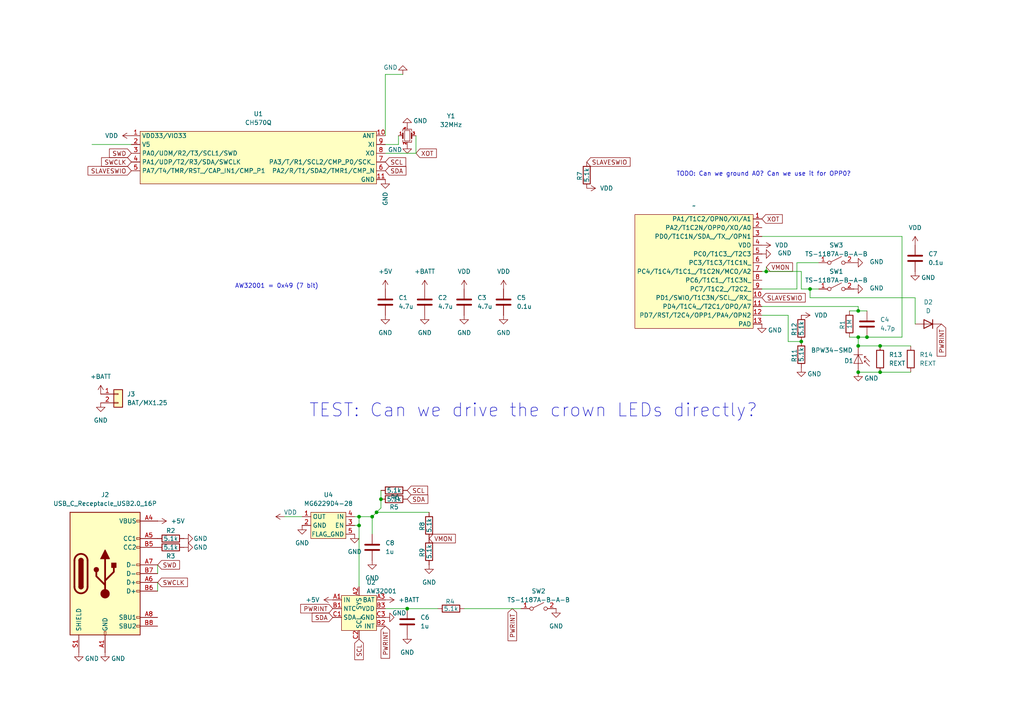
<source format=kicad_sch>
(kicad_sch (version 20250114) (generator "eeschema") (generator_version "9.0")
  (paper "A4")
  (lib_symbols
    (symbol "Connector:USB_C_Receptacle_USB2.0_16P" (pin_names (offset 1.016))
      (property "Reference" "J" (at 0 22.225 0))
      (property "Value" "USB_C_Receptacle_USB2.0_16P" (at 0 19.685 0))
      (symbol "USB_C_Receptacle_USB2.0_16P_0_0"
        (rectangle (start -0.254 -17.78) (end 0.254 -16.764))
        (rectangle (start 10.16 15.494) (end 9.144 14.986))
        (rectangle (start 10.16 10.414) (end 9.144 9.906))
        (rectangle (start 10.16 7.874) (end 9.144 7.366))
        (rectangle (start 10.16 2.794) (end 9.144 2.286))
        (rectangle (start 10.16 0.254) (end 9.144 -0.254))
        (rectangle (start 10.16 -2.286) (end 9.144 -2.794))
        (rectangle (start 10.16 -4.826) (end 9.144 -5.334))
        (rectangle (start 10.16 -12.446) (end 9.144 -12.954))
        (rectangle (start 10.16 -14.986) (end 9.144 -15.494))
      )
      (symbol "USB_C_Receptacle_USB2.0_16P_0_1"
        (rectangle (start -10.16 17.78) (end 10.16 -17.78) (stroke (width 0.254)) (fill (type background)))
        (polyline (pts (xy -8.89 -3.81) (xy -8.89 3.81)) (stroke (width 0.508)))
        (rectangle (start -7.62 -3.81) (end -6.35 3.81) (stroke (width 0.254)) (fill (type outline)))
        (arc (start -7.62 3.81) (mid -6.985 4.4423) (end -6.35 3.81) (stroke (width 0.254)))
        (arc (start -7.62 3.81) (mid -6.985 4.4423) (end -6.35 3.81) (stroke (width 0.254)) (fill (type outline)))
        (arc (start -8.89 3.81) (mid -6.985 5.7067) (end -5.08 3.81) (stroke (width 0.508)))
        (arc (start -5.08 -3.81) (mid -6.985 -5.7067) (end -8.89 -3.81) (stroke (width 0.508)))
        (arc (start -6.35 -3.81) (mid -6.985 -4.4423) (end -7.62 -3.81) (stroke (width 0.254)))
        (arc (start -6.35 -3.81) (mid -6.985 -4.4423) (end -7.62 -3.81) (stroke (width 0.254)) (fill (type outline)))
        (polyline (pts (xy -5.08 3.81) (xy -5.08 -3.81)) (stroke (width 0.508)))
        (circle (center -2.54 1.143) (radius 0.635) (stroke (width 0.254)) (fill (type outline)))
        (polyline (pts (xy -1.27 4.318) (xy 0 6.858) (xy 1.27 4.318) (xy -1.27 4.318)) (stroke (width 0.254)) (fill (type outline)))
        (polyline (pts (xy 0 -2.032) (xy 2.54 0.508) (xy 2.54 1.778)) (stroke (width 0.508)))
        (polyline (pts (xy 0 -3.302) (xy -2.54 -0.762) (xy -2.54 0.508)) (stroke (width 0.508)))
        (polyline (pts (xy 0 -5.842) (xy 0 4.318)) (stroke (width 0.508)))
        (circle (center 0 -5.842) (radius 1.27) (fill (type outline)))
        (rectangle (start 1.905 1.778) (end 3.175 3.048) (stroke (width 0.254)) (fill (type outline)))
      )
      (symbol "USB_C_Receptacle_USB2.0_16P_1_1"
        (pin passive line (at -7.62 -22.86 90) (length 5.08) (name "SHIELD") (number "S1"))
        (pin passive line (at 0 -22.86 90) (length 5.08) (name "GND") (number "A1"))
        (pin passive line (at 0 -22.86 90) (length 5.08) (hide yes) (name "GND") (number "A12"))
        (pin passive line (at 0 -22.86 90) (length 5.08) (hide yes) (name "GND") (number "B1"))
        (pin passive line (at 0 -22.86 90) (length 5.08) (hide yes) (name "GND") (number "B12"))
        (pin passive line (at 15.24 15.24 180) (length 5.08) (name "VBUS") (number "A4"))
        (pin passive line (at 15.24 15.24 180) (length 5.08) (hide yes) (name "VBUS") (number "A9"))
        (pin passive line (at 15.24 15.24 180) (length 5.08) (hide yes) (name "VBUS") (number "B4"))
        (pin passive line (at 15.24 15.24 180) (length 5.08) (hide yes) (name "VBUS") (number "B9"))
        (pin bidirectional line (at 15.24 10.16 180) (length 5.08) (name "CC1") (number "A5"))
        (pin bidirectional line (at 15.24 7.62 180) (length 5.08) (name "CC2") (number "B5"))
        (pin bidirectional line (at 15.24 2.54 180) (length 5.08) (name "D-") (number "A7"))
        (pin bidirectional line (at 15.24 0 180) (length 5.08) (name "D-") (number "B7"))
        (pin bidirectional line (at 15.24 -2.54 180) (length 5.08) (name "D+") (number "A6"))
        (pin bidirectional line (at 15.24 -5.08 180) (length 5.08) (name "D+") (number "B6"))
        (pin bidirectional line (at 15.24 -12.7 180) (length 5.08) (name "SBU1") (number "A8"))
        (pin bidirectional line (at 15.24 -15.24 180) (length 5.08) (name "SBU2") (number "B8"))
      )
    )
    (symbol "Connector_Generic:Conn_01x02" (pin_names (offset 1.016) (hide yes))
      (property "Reference" "J" (at 0 2.54 0))
      (property "Value" "Conn_01x02" (at 0 -5.08 0))
      (symbol "Conn_01x02_1_1"
        (rectangle (start -1.27 1.27) (end 1.27 -3.81) (stroke (width 0.254)) (fill (type background)))
        (rectangle (start -1.27 0.127) (end 0 -0.127) (stroke (width 0.1524)))
        (rectangle (start -1.27 -2.413) (end 0 -2.667) (stroke (width 0.1524)))
        (pin passive line (at -5.08 0 0) (length 3.81) (name "Pin_1") (number "1"))
        (pin passive line (at -5.08 -2.54 0) (length 3.81) (name "Pin_2") (number "2"))
      )
    )
    (symbol "Device:C" (pin_numbers (hide yes)) (pin_names (offset 0.254))
      (property "Reference" "C" (at 0.635 2.54 0))
      (property "Value" "C" (at 0.635 -2.54 0))
      (symbol "C_0_1"
        (polyline (pts (xy -2.032 0.762) (xy 2.032 0.762)) (stroke (width 0.508)))
        (polyline (pts (xy -2.032 -0.762) (xy 2.032 -0.762)) (stroke (width 0.508)))
      )
      (symbol "C_1_1"
        (pin passive line (at 0 3.81 270) (length 2.794) (name "~") (number "1"))
        (pin passive line (at 0 -3.81 90) (length 2.794) (name "~") (number "2"))
      )
    )
    (symbol "Device:Crystal_GND24_Small" (pin_names (offset 1.016) (hide yes))
      (property "Reference" "Y" (at 1.27 4.445 0))
      (property "Value" "Crystal_GND24_Small" (at 1.27 2.54 0))
      (symbol "Crystal_GND24_Small_0_1"
        (polyline (pts (xy -1.27 1.27) (xy -1.27 1.905) (xy 1.27 1.905) (xy 1.27 1.27)))
        (polyline (pts (xy -1.27 -0.762) (xy -1.27 0.762)) (stroke (width 0.381)))
        (polyline (pts (xy -1.27 -1.27) (xy -1.27 -1.905) (xy 1.27 -1.905) (xy 1.27 -1.27)))
        (rectangle (start -0.762 -1.524) (end 0.762 1.524))
        (polyline (pts (xy 1.27 -0.762) (xy 1.27 0.762)) (stroke (width 0.381)))
      )
      (symbol "Crystal_GND24_Small_1_1"
        (pin passive line (at -2.54 0 0) (length 1.27) (name "1") (number "1"))
        (pin passive line (at 0 2.54 270) (length 0.635) (name "4") (number "4"))
        (pin passive line (at 0 -2.54 90) (length 0.635) (name "2") (number "2"))
        (pin passive line (at 2.54 0 180) (length 1.27) (name "3") (number "3"))
      )
    )
    (symbol "Device:D" (pin_numbers (hide yes)) (pin_names (offset 1.016) (hide yes))
      (property "Reference" "D" (at 0 2.54 0))
      (property "Value" "D" (at 0 -2.54 0))
      (symbol "D_0_1"
        (polyline (pts (xy -1.27 1.27) (xy -1.27 -1.27)) (stroke (width 0.254)))
        (polyline (pts (xy 1.27 1.27) (xy 1.27 -1.27) (xy -1.27 0) (xy 1.27 1.27)) (stroke (width 0.254)))
        (polyline (pts (xy 1.27 0) (xy -1.27 0)))
      )
      (symbol "D_1_1"
        (pin passive line (at -3.81 0 0) (length 2.54) (name "K") (number "1"))
        (pin passive line (at 3.81 0 180) (length 2.54) (name "A") (number "2"))
      )
    )
    (symbol "Device:R" (pin_numbers (hide yes)) (pin_names (offset 0))
      (property "Reference" "R" (at 2.032 0 90))
      (property "Value" "R" (at 0 0 90))
      (symbol "R_0_1"
        (rectangle (start -1.016 -2.54) (end 1.016 2.54) (stroke (width 0.254)))
      )
      (symbol "R_1_1"
        (pin passive line (at 0 3.81 270) (length 1.27) (name "~") (number "1"))
        (pin passive line (at 0 -3.81 90) (length 1.27) (name "~") (number "2"))
      )
    )
    (symbol "Sensor_Optical:BPW34-SMD" (pin_numbers (hide yes)) (pin_names (offset 1.016) (hide yes))
      (property "Reference" "D" (at 0.508 1.778 0))
      (property "Value" "BPW34-SMD" (at -1.016 -2.794 0))
      (symbol "BPW34-SMD_0_1"
        (polyline (pts (xy -2.54 1.27) (xy -2.54 -1.27)) (stroke (width 0.1524)))
        (polyline (pts (xy -2.032 1.778) (xy -1.524 1.778)))
        (polyline (pts (xy -0.508 3.302) (xy -2.032 1.778) (xy -2.032 2.286)))
        (polyline (pts (xy 0 1.27) (xy -2.54 0) (xy 0 -1.27)))
        (polyline (pts (xy 0 0) (xy -2.54 0)))
        (polyline (pts (xy 0 -1.27) (xy 0 1.27)))
        (polyline (pts (xy 0.762 3.302) (xy -0.762 1.778) (xy -0.762 2.286) (xy -0.762 1.778) (xy -0.254 1.778)))
      )
      (symbol "BPW34-SMD_1_1"
        (pin passive line (at -5.08 0 0) (length 2.54) (name "K") (number "1"))
        (pin passive line (at 2.54 0 180) (length 2.54) (name "A") (number "2"))
      )
    )
    (symbol "Switch:SW_SPST" (pin_names (offset 0) (hide yes))
      (property "Reference" "SW" (at 0 3.175 0))
      (property "Value" "SW_SPST" (at 0 -2.54 0))
      (symbol "SW_SPST_0_0"
        (circle (center -2.032 0) (radius 0.508))
        (polyline (pts (xy -1.524 0.254) (xy 1.524 1.778)))
        (circle (center 2.032 0) (radius 0.508))
      )
      (symbol "SW_SPST_1_1"
        (pin passive line (at -5.08 0 0) (length 2.54) (name "A") (number "1"))
        (pin passive line (at 5.08 0 180) (length 2.54) (name "B") (number "2"))
      )
    )
    (symbol "cnhardware:AW32001E-BMS"
      (property "Reference" "U" (at -3.302 -5.08 0))
      (symbol "AW32001E-BMS_1_1"
        (rectangle (start -5.08 3.81) (end 5.08 -6.35) (fill (type background)))
        (pin bidirectional line (at -7.62 2.54 0) (length 2.54) (name "IN") (number "A1"))
        (pin bidirectional line (at -7.62 0 0) (length 2.54) (name "NTC") (number "B1"))
        (pin bidirectional line (at -7.62 -2.54 0) (length 2.54) (name "SDA") (number "C1"))
        (pin bidirectional line (at 0 6.35 270) (length 2.54) (name "SYS") (number "A2"))
        (pin bidirectional line (at 0 -8.89 90) (length 2.54) (name "SCL") (number "C2"))
        (pin bidirectional line (at 7.62 2.54 180) (length 2.54) (name "BAT") (number "A3"))
        (pin bidirectional line (at 7.62 0 180) (length 2.54) (name "VDD") (number "B3"))
        (pin bidirectional line (at 7.62 -2.54 180) (length 2.54) (name "GND") (number "C3"))
        (pin bidirectional line (at 7.62 -5.08 180) (length 2.54) (name "INT") (number "B2"))
      )
    )
    (symbol "cnhardware:CH32V005D6U6"
      (property "Reference" "U" (at 0 -17.78 0))
      (symbol "CH32V005D6U6_1_1"
        (rectangle (start 15.24 16.51) (end -19.05 -16.51) (fill (type background)))
        (pin bidirectional line (at 17.78 15.24 180) (length 2.54) (name "PA1/T1C2/OPN0/XI/A1") (number "1"))
        (pin bidirectional line (at 17.78 12.7 180) (length 2.54) (name "PA2/T1C2N/OPP0/XO/A0") (number "2"))
        (pin bidirectional line (at 17.78 10.16 180) (length 2.54) (name "PD0/T1C1N/SDA_/TX_/OPN1") (number "3"))
        (pin bidirectional line (at 17.78 7.62 180) (length 2.54) (name "VDD") (number "4"))
        (pin bidirectional line (at 17.78 5.08 180) (length 2.54) (name "PC0/T1C3_/T2C3") (number "5"))
        (pin bidirectional line (at 17.78 2.54 180) (length 2.54) (name "PC3/T1C3/T1C1N_") (number "6"))
        (pin bidirectional line (at 17.78 0 180) (length 2.54) (name "PC4/T1C4/T1C1_/T1C2N/MCO/A2") (number "7"))
        (pin bidirectional line (at 17.78 -2.54 180) (length 2.54) (name "PC6/T1C1_/T1C3N_") (number "8"))
        (pin bidirectional line (at 17.78 -5.08 180) (length 2.54) (name "PC7/T1C2_/T2C2_") (number "9"))
        (pin bidirectional line (at 17.78 -7.62 180) (length 2.54) (name "PD1/SWIO/T1C3N/SCL_/RX_") (number "10"))
        (pin bidirectional line (at 17.78 -10.16 180) (length 2.54) (name "PD4/T1C4_/T2C1/OPO/A7") (number "11"))
        (pin bidirectional line (at 17.78 -12.7 180) (length 2.54) (name "PD7/RST/T2C4/OPP1/PA4/OPN2") (number "12"))
        (pin bidirectional line (at 17.78 -15.24 180) (length 2.54) (name "PAD") (number "13"))
      )
    )
    (symbol "cnhardware:CH570Q"
      (property "Reference" "U" (at 0 -10.414 0))
      (property "Value" "CH570Q" (at 0 7.62 0))
      (symbol "CH570Q_1_1"
        (rectangle (start -34.29 6.35) (end 34.29 -8.89) (fill (type background)))
        (pin bidirectional line (at -36.83 5.08 0) (length 2.54) (name "VDD33/VIO33") (number "1"))
        (pin bidirectional line (at -36.83 2.54 0) (length 2.54) (name "V5") (number "2"))
        (pin bidirectional line (at -36.83 0 0) (length 2.54) (name "PA0/UDM/R2/T3/SCL1/SWD") (number "3"))
        (pin bidirectional line (at -36.83 -2.54 0) (length 2.54) (name "PA1/UDP/T2/R3/SDA/SWCLK") (number "4"))
        (pin bidirectional line (at -36.83 -5.08 0) (length 2.54) (name "PA7/T4/TMR/RST_/CAP_IN1/CMP_P1") (number "5"))
        (pin bidirectional line (at 36.83 5.08 180) (length 2.54) (name "ANT") (number "10"))
        (pin bidirectional line (at 36.83 2.54 180) (length 2.54) (name "XI") (number "9"))
        (pin bidirectional line (at 36.83 0 180) (length 2.54) (name "XO") (number "8"))
        (pin bidirectional line (at 36.83 -2.54 180) (length 2.54) (name "PA3/T/R1/SCL2/CMP_P0/SCK_") (number "7"))
        (pin bidirectional line (at 36.83 -5.08 180) (length 2.54) (name "PA2/R/T1/SDA2/TMR1/CMP_N") (number "6"))
        (pin bidirectional line (at 36.83 -7.62 180) (length 2.54) (name "GND") (number "11"))
      )
    )
    (symbol "cnhardware:RS3236-DFN-LDO"
      (property "Reference" "U" (at 0 3.81 0))
      (property "Value" "RS3236-3.3YUTDN4" (at -0.254 -6.35 0))
      (symbol "RS3236-DFN-LDO_1_1"
        (rectangle (start -5.08 2.54) (end 5.08 -5.08) (fill (type background)))
        (pin bidirectional line (at -7.62 1.27 0) (length 2.54) (name "OUT") (number "1"))
        (pin bidirectional line (at -7.62 -1.27 0) (length 2.54) (name "GND") (number "2"))
        (pin bidirectional line (at 7.62 1.27 180) (length 2.54) (name "IN") (number "4"))
        (pin bidirectional line (at 7.62 -1.27 180) (length 2.54) (name "EN") (number "3"))
        (pin bidirectional line (at 7.62 -3.81 180) (length 2.54) (name "FLAG_GND") (number "5"))
      )
    )
    (symbol "power:+5V" (power) (pin_numbers (hide yes)) (pin_names (offset 0) (hide yes))
      (property "Value" "+5V" (at 0 3.556 0))
      (symbol "+5V_0_1"
        (polyline (pts (xy -0.762 1.27) (xy 0 2.54)))
        (polyline (pts (xy 0 2.54) (xy 0.762 1.27)))
        (polyline (pts (xy 0 0) (xy 0 2.54)))
      )
      (symbol "+5V_1_1"
        (pin power_in line (at 0 0 90) (length 0) (name "~") (number "1"))
      )
    )
    (symbol "power:+BATT" (power) (pin_numbers (hide yes)) (pin_names (offset 0) (hide yes))
      (property "Value" "+BATT" (at 0 3.556 0))
      (symbol "+BATT_0_1"
        (polyline (pts (xy -0.762 1.27) (xy 0 2.54)))
        (polyline (pts (xy 0 2.54) (xy 0.762 1.27)))
        (polyline (pts (xy 0 0) (xy 0 2.54)))
      )
      (symbol "+BATT_1_1"
        (pin power_in line (at 0 0 90) (length 0) (name "~") (number "1"))
      )
    )
    (symbol "power:GND" (power) (pin_numbers (hide yes)) (pin_names (offset 0) (hide yes))
      (property "Value" "GND" (at 0 -3.81 0))
      (symbol "GND_0_1"
        (polyline (pts (xy 0 0) (xy 0 -1.27) (xy 1.27 -1.27) (xy 0 -2.54) (xy -1.27 -1.27) (xy 0 -1.27)))
      )
      (symbol "GND_1_1"
        (pin power_in line (at 0 0 270) (length 0) (name "~") (number "1"))
      )
    )
    (symbol "power:VDD" (power) (pin_names (offset 0))
      (property "Value" "VDD" (at 0 3.81 0))
      (symbol "VDD_0_1"
        (polyline (pts (xy -0.762 1.27) (xy 0 2.54)))
        (polyline (pts (xy 0 2.54) (xy 0.762 1.27)))
        (polyline (pts (xy 0 0) (xy 0 2.54)))
      )
      (symbol "VDD_1_1"
        (pin power_in line (at 0 0 90) (length 0) (hide yes) (name "VDD") (number "1"))
      )
    )
  )
  (text "TODO: Can we ground A0? Can we use it for OPP0?" (at 221.488 50.546 0) (effects (font (size 1.27 1.27))))
  (text "AW32001 = 0x49 (7 bit)" (at 80.264 83.058 0) (effects (font (size 1.27 1.27))))
  (text "TEST: Can we drive the crown LEDs directly?" (at 154.686 119.126 0) (effects (font (size 3.81 3.81))))
  (junction (at 248.92 90.17))
  (junction (at 110.49 144.78))
  (junction (at 107.95 149.86))
  (junction (at 251.46 97.79))
  (junction (at 248.92 107.95))
  (junction (at 118.11 176.53))
  (junction (at 222.25 78.74))
  (junction (at 234.95 83.82))
  (junction (at 255.27 100.33))
  (junction (at 232.41 99.06))
  (junction (at 104.14 152.4))
  (junction (at 255.27 107.95))
  (junction (at 109.22 148.59))
  (junction (at 104.14 149.86))
  (junction (at 248.92 100.33))
  (junction (at 248.92 97.79))
  (wire (pts (xy 45.72 163.83) (xy 45.72 166.37)))
  (wire (pts (xy 248.92 97.79) (xy 246.38 97.79)))
  (wire (pts (xy 248.92 90.17) (xy 251.46 90.17)))
  (wire (pts (xy 104.14 149.86) (xy 104.14 152.4)))
  (wire (pts (xy 248.92 97.79) (xy 251.46 97.79)))
  (wire (pts (xy 234.95 83.82) (xy 234.95 86.36)))
  (wire (pts (xy 110.49 142.24) (xy 110.49 144.78)))
  (wire (pts (xy 222.25 78.74) (xy 232.41 78.74)))
  (wire (pts (xy 231.14 76.2) (xy 231.14 83.82)))
  (wire (pts (xy 118.11 176.53) (xy 127 176.53)))
  (wire (pts (xy 107.95 149.86) (xy 107.95 154.94)))
  (wire (pts (xy 255.27 100.33) (xy 264.16 100.33)))
  (wire (pts (xy 110.49 147.32) (xy 109.22 148.59)))
  (wire (pts (xy 232.41 83.82) (xy 234.95 83.82)))
  (wire (pts (xy 134.62 176.53) (xy 151.13 176.53)))
  (wire (pts (xy 228.6 91.44) (xy 228.6 99.06)))
  (wire (pts (xy 111.76 21.59) (xy 116.84 21.59)))
  (wire (pts (xy 248.92 107.95) (xy 255.27 107.95)))
  (wire (pts (xy 120.65 44.45) (xy 120.65 39.37)))
  (wire (pts (xy 255.27 107.95) (xy 264.16 107.95)))
  (wire (pts (xy 118.11 176.53) (xy 111.76 176.53)))
  (wire (pts (xy 231.14 76.2) (xy 237.49 76.2)))
  (wire (pts (xy 110.49 144.78) (xy 110.49 147.32)))
  (wire (pts (xy 248.92 90.17) (xy 248.92 88.9)))
  (wire (pts (xy 246.38 90.17) (xy 248.92 90.17)))
  (wire (pts (xy 220.98 91.44) (xy 228.6 91.44)))
  (wire (pts (xy 248.92 97.79) (xy 248.92 100.33)))
  (wire (pts (xy 220.98 88.9) (xy 248.92 88.9)))
  (wire (pts (xy 228.6 99.06) (xy 232.41 99.06)))
  (wire (pts (xy 82.55 149.86) (xy 87.63 149.86)))
  (wire (pts (xy 104.14 149.86) (xy 107.95 149.86)))
  (wire (pts (xy 265.43 86.36) (xy 265.43 93.98)))
  (wire (pts (xy 220.98 78.74) (xy 222.25 78.74)))
  (wire (pts (xy 222.25 77.47) (xy 222.25 78.74)))
  (wire (pts (xy 102.87 152.4) (xy 104.14 152.4)))
  (wire (pts (xy 234.95 86.36) (xy 265.43 86.36)))
  (wire (pts (xy 109.22 148.59) (xy 124.46 148.59)))
  (wire (pts (xy 261.62 68.58) (xy 261.62 97.79)))
  (wire (pts (xy 115.57 41.91) (xy 111.76 41.91)))
  (wire (pts (xy 234.95 83.82) (xy 237.49 83.82)))
  (wire (pts (xy 111.76 21.59) (xy 111.76 39.37)))
  (wire (pts (xy 220.98 68.58) (xy 261.62 68.58)))
  (wire (pts (xy 111.76 44.45) (xy 120.65 44.45)))
  (wire (pts (xy 232.41 78.74) (xy 232.41 83.82)))
  (wire (pts (xy 102.87 149.86) (xy 104.14 149.86)))
  (wire (pts (xy 104.14 152.4) (xy 104.14 170.18)))
  (wire (pts (xy 45.72 168.91) (xy 45.72 171.45)))
  (wire (pts (xy 248.92 100.33) (xy 255.27 100.33)))
  (wire (pts (xy 109.22 148.59) (xy 107.95 149.86)))
  (wire (pts (xy 26.67 41.91) (xy 38.1 41.91)))
  (wire (pts (xy 220.98 83.82) (xy 231.14 83.82)))
  (wire (pts (xy 115.57 39.37) (xy 115.57 41.91)))
  (wire (pts (xy 261.62 97.79) (xy 251.46 97.79)))
  (global_label "SLAVESWIO" (shape input) (at 38.1 49.53 180) (property "Intersheetrefs" "${INTERSHEET_REFS}" (effects (hide yes))))
  (global_label "VMON" (shape input) (at 124.46 156.21 0) (property "Intersheetrefs" "${INTERSHEET_REFS}" (effects (hide yes))))
  (global_label "SWCLK" (shape input) (at 38.1 46.99 180) (property "Intersheetrefs" "${INTERSHEET_REFS}" (effects (hide yes))))
  (global_label "SWCLK" (shape input) (at 45.72 168.91 0) (property "Intersheetrefs" "${INTERSHEET_REFS}" (effects (hide yes))))
  (global_label "XOT" (shape input) (at 220.98 63.5 0) (property "Intersheetrefs" "${INTERSHEET_REFS}" (effects (hide yes))))
  (global_label "PWRINT" (shape input) (at 273.05 93.98 270) (property "Intersheetrefs" "${INTERSHEET_REFS}" (effects (hide yes))))
  (global_label "SDA" (shape input) (at 111.76 49.53 0) (property "Intersheetrefs" "${INTERSHEET_REFS}" (effects (hide yes))))
  (global_label "SCL" (shape input) (at 118.11 142.24 0) (property "Intersheetrefs" "${INTERSHEET_REFS}" (effects (hide yes))))
  (global_label "SCL" (shape input) (at 111.76 46.99 0) (property "Intersheetrefs" "${INTERSHEET_REFS}" (effects (hide yes))))
  (global_label "VMON" (shape input) (at 222.25 77.47 0) (property "Intersheetrefs" "${INTERSHEET_REFS}" (effects (hide yes))))
  (global_label "XOT" (shape input) (at 120.65 44.45 0) (property "Intersheetrefs" "${INTERSHEET_REFS}" (effects (hide yes))))
  (global_label "PWRINT" (shape input) (at 111.76 181.61 270) (property "Intersheetrefs" "${INTERSHEET_REFS}" (effects (hide yes))))
  (global_label "SWD" (shape input) (at 45.72 163.83 0) (property "Intersheetrefs" "${INTERSHEET_REFS}" (effects (hide yes))))
  (global_label "PWRINT" (shape input) (at 96.52 176.53 180) (property "Intersheetrefs" "${INTERSHEET_REFS}" (effects (hide yes))))
  (global_label "PWRINT" (shape input) (at 148.59 176.53 270) (property "Intersheetrefs" "${INTERSHEET_REFS}" (effects (hide yes))))
  (global_label "SLAVESWIO" (shape input) (at 220.98 86.36 0) (property "Intersheetrefs" "${INTERSHEET_REFS}" (effects (hide yes))))
  (global_label "SWD" (shape input) (at 38.1 44.45 180) (property "Intersheetrefs" "${INTERSHEET_REFS}" (effects (hide yes))))
  (global_label "SLAVESWIO" (shape input) (at 170.18 46.99 0) (property "Intersheetrefs" "${INTERSHEET_REFS}" (effects (hide yes))))
  (global_label "SDA" (shape input) (at 96.52 179.07 180) (property "Intersheetrefs" "${INTERSHEET_REFS}" (effects (hide yes))))
  (global_label "SCL" (shape input) (at 104.14 185.42 270) (property "Intersheetrefs" "${INTERSHEET_REFS}" (effects (hide yes))))
  (global_label "SDA" (shape input) (at 118.11 144.78 0) (property "Intersheetrefs" "${INTERSHEET_REFS}" (effects (hide yes))))
  (symbol (lib_id "cnhardware:AW32001E-BMS") (at 104.14 176.53 0) (unit 1)
    (property "Reference" "U2" (at 106.2833 168.91 0) (effects (justify left)))
    (property "Value" "AW32001" (at 106.2833 171.45 0) (effects (justify left)))
    (property "Footprint" "cnhardware:WLCSP-9-P0.5mm" (effects (hide yes)))
    (property "LCSC" "C5125890" (effects (hide yes)))
  )
  (symbol (lib_id "power:GND") (at 118.11 184.15 0) (unit 1)
    (property "Reference" "#PWR025" (effects (hide yes)))
    (property "Value" "GND" (at 118.11 189.23 0))
    (property "Description" "Power symbol creates a global label with name \"GND\" , ground" (effects (hide yes)))
  )
  (symbol (lib_id "power:GND") (at 29.21 116.84 0) (unit 1)
    (property "Reference" "#PWR02" (effects (hide yes)))
    (property "Value" "GND" (at 29.21 121.92 0))
    (property "Description" "Power symbol creates a global label with name \"GND\" , ground" (effects (hide yes)))
  )
  (symbol (lib_id "Device:R") (at 232.41 95.25 0) (unit 1)
    (property "Reference" "R12" (at 230.378 95.504 90))
    (property "Value" "5.1k" (at 232.41 95.25 90))
    (property "Footprint" "Resistor_SMD:R_0402_1005Metric" (effects (hide yes)))
    (property "Description" "Resistor" (effects (hide yes)))
    (property "LCSC" "C25905" (effects (hide yes)))
  )
  (symbol (lib_id "power:GND") (at 22.86 189.23 0) (mirror y) (unit 1)
    (property "Reference" "#PWR012" (effects (hide yes)))
    (property "Value" "GND" (at 28.702 191.008 0) (effects (justify left)))
  )
  (symbol (lib_id "Device:C") (at 265.43 74.93 0) (unit 1)
    (property "Reference" "C7" (at 269.24 73.6599 0) (effects (justify left)))
    (property "Value" "0.1u" (at 269.24 76.1999 0) (effects (justify left)))
    (property "Footprint" "Capacitor_SMD:C_0402_1005Metric" (effects (hide yes)))
    (property "Description" "Unpolarized capacitor" (effects (hide yes)))
    (property "LCSC" "C307331" (effects (hide yes)))
  )
  (symbol (lib_id "Device:R") (at 170.18 50.8 0) (unit 1)
    (property "Reference" "R7" (at 168.148 51.054 90))
    (property "Value" "5.1k" (at 170.18 50.8 90))
    (property "Footprint" "Resistor_SMD:R_0402_1005Metric" (effects (hide yes)))
    (property "Description" "Resistor" (effects (hide yes)))
    (property "LCSC" "C25905" (effects (hide yes)))
  )
  (symbol (lib_id "power:+BATT") (at 111.76 173.99 270) (unit 1)
    (property "Reference" "#PWR037" (effects (hide yes)))
    (property "Value" "+BATT" (at 115.57 173.9899 90) (effects (justify left)))
    (property "Description" "Power symbol creates a global label with name \"+BATT\"" (effects (hide yes)))
  )
  (symbol (lib_id "power:GND") (at 247.65 83.82 90) (mirror x) (unit 1)
    (property "Reference" "#PWR09" (effects (hide yes)))
    (property "Value" "GND" (at 256.286 83.566 90) (effects (justify left)))
  )
  (symbol (lib_id "power:GND") (at 87.63 152.4 0) (unit 1)
    (property "Reference" "#PWR028" (effects (hide yes)))
    (property "Value" "GND" (at 87.63 157.48 0))
    (property "Description" "Power symbol creates a global label with name \"GND\" , ground" (effects (hide yes)))
  )
  (symbol (lib_id "Device:C") (at 118.11 180.34 0) (unit 1)
    (property "Reference" "C6" (at 121.92 179.0699 0) (effects (justify left)))
    (property "Value" "1u" (at 121.92 181.6099 0) (effects (justify left)))
    (property "Footprint" "Capacitor_SMD:C_0402_1005Metric" (effects (hide yes)))
    (property "Description" "Unpolarized capacitor" (effects (hide yes)))
    (property "LCSC" "C52923" (effects (hide yes)))
  )
  (symbol (lib_id "power:VDD") (at 232.41 91.44 270) (unit 1)
    (property "Reference" "#PWR033" (effects (hide yes)))
    (property "Value" "VDD" (at 236.22 91.4399 90) (effects (justify left)))
  )
  (symbol (lib_id "power:GND") (at 116.84 21.59 180) (unit 1)
    (property "Reference" "#PWR0101" (effects (hide yes)))
    (property "Value" "GND" (at 115.316 19.558 0) (effects (justify left)))
  )
  (symbol (lib_id "Device:Crystal_GND24_Small") (at 118.11 39.37 0) (unit 1)
    (property "Reference" "Y1" (at 130.81 33.6482 0))
    (property "Value" "32MHz" (at 130.81 36.1882 0))
    (property "Footprint" "Crystal:Crystal_SMD_2016-4Pin_2.0x1.6mm" (effects (hide yes)))
    (property "Description" "Four pin crystal, GND on pins 2 and 4, small symbol" (effects (hide yes)))
    (property "LCSC" "C7294697" (effects (hide yes)))
  )
  (symbol (lib_id "power:+BATT") (at 29.21 114.3 0) (unit 1)
    (property "Reference" "#PWR035" (effects (hide yes)))
    (property "Value" "+BATT" (at 29.21 109.22 0))
    (property "Description" "Power symbol creates a global label with name \"+BATT\"" (effects (hide yes)))
  )
  (symbol (lib_id "power:GND") (at 111.76 91.44 0) (unit 1)
    (property "Reference" "#PWR024" (effects (hide yes)))
    (property "Value" "GND" (at 111.76 96.52 0))
    (property "Description" "Power symbol creates a global label with name \"GND\" , ground" (effects (hide yes)))
  )
  (symbol (lib_id "power:GND") (at 124.46 163.83 0) (unit 1)
    (property "Reference" "#PWR040" (effects (hide yes)))
    (property "Value" "GND" (at 124.46 168.91 0))
    (property "Description" "Power symbol creates a global label with name \"GND\" , ground" (effects (hide yes)))
  )
  (symbol (lib_id "power:+5V") (at 111.76 83.82 0) (unit 1)
    (property "Reference" "#PWR030" (effects (hide yes)))
    (property "Value" "+5V" (at 111.76 78.74 0))
    (property "Description" "Power symbol creates a global label with name \"+5V\"" (effects (hide yes)))
  )
  (symbol (lib_id "Device:R") (at 49.53 158.75 90) (unit 1)
    (property "Reference" "R3" (at 49.53 161.29 90))
    (property "Value" "5.1k" (at 49.53 158.75 90))
    (property "Footprint" "Resistor_SMD:R_0402_1005Metric" (effects (hide yes)))
    (property "Description" "Resistor" (effects (hide yes)))
    (property "LCSC" "C25905" (effects (hide yes)))
  )
  (symbol (lib_id "power:GND") (at 111.76 179.07 90) (mirror x) (unit 1)
    (property "Reference" "#PWR016" (effects (hide yes)))
    (property "Value" "GND" (at 117.856 177.8 90) (effects (justify left)))
  )
  (symbol (lib_id "Device:C") (at 146.05 87.63 0) (unit 1)
    (property "Reference" "C5" (at 149.86 86.3599 0) (effects (justify left)))
    (property "Value" "0.1u" (at 149.86 88.8999 0) (effects (justify left)))
    (property "Footprint" "Capacitor_SMD:C_0402_1005Metric" (effects (hide yes)))
    (property "Description" "Unpolarized capacitor" (effects (hide yes)))
    (property "LCSC" "C307331" (effects (hide yes)))
  )
  (symbol (lib_id "power:GND") (at 53.34 156.21 90) (mirror x) (unit 1)
    (property "Reference" "#PWR015" (effects (hide yes)))
    (property "Value" "GND" (at 60.198 156.21 90) (effects (justify left)))
  )
  (symbol (lib_id "power:+5V") (at 96.52 173.99 90) (unit 1)
    (property "Reference" "#PWR031" (effects (hide yes)))
    (property "Value" "+5V" (at 92.71 173.9899 90) (effects (justify left)))
    (property "Description" "Power symbol creates a global label with name \"+5V\"" (effects (hide yes)))
  )
  (symbol (lib_id "power:GND") (at 247.65 76.2 90) (mirror x) (unit 1)
    (property "Reference" "#PWR010" (effects (hide yes)))
    (property "Value" "GND" (at 256.286 75.946 90) (effects (justify left)))
  )
  (symbol (lib_id "Device:R") (at 49.53 156.21 90) (unit 1)
    (property "Reference" "R2" (at 49.53 153.924 90))
    (property "Value" "5.1k" (at 49.53 156.21 90))
    (property "Footprint" "Resistor_SMD:R_0402_1005Metric" (effects (hide yes)))
    (property "Description" "Resistor" (effects (hide yes)))
    (property "LCSC" "C25905" (effects (hide yes)))
  )
  (symbol (lib_id "power:GND") (at 248.92 107.95 0) (mirror y) (unit 1)
    (property "Reference" "#PWR032" (effects (hide yes)))
    (property "Value" "GND" (at 254.762 109.728 0) (effects (justify left)))
  )
  (symbol (lib_id "Device:D") (at 269.24 93.98 180) (unit 1)
    (property "Reference" "D2" (at 269.24 87.63 0))
    (property "Value" "D" (at 269.24 90.17 0))
    (property "Footprint" "Diode_SMD:D_SOD-323" (effects (hide yes)))
    (property "Description" "Diode" (effects (hide yes)))
    (property "Sim.Device" "D" (effects (hide yes)))
    (property "Sim.Pins" "1=K 2=A" (effects (hide yes)))
    (property "LCSC" "C2128" (effects (hide yes)))
  )
  (symbol (lib_id "power:GND") (at 111.76 52.07 0) (unit 1)
    (property "Reference" "#PWR04" (effects (hide yes)))
    (property "Value" "GND" (at 111.76 59.69 90) (effects (justify left)))
  )
  (symbol (lib_id "Connector:USB_C_Receptacle_USB2.0_16P") (at 30.48 166.37 0) (unit 1)
    (property "Reference" "J2" (at 30.48 143.51 0))
    (property "Value" "USB_C_Receptacle_USB2.0_16P" (at 30.48 146.05 0))
    (property "Footprint" "cnhardware:USB_C_PADDLE" (effects (hide yes)))
    (property "Datasheet" "https://www.usb.org/sites/default/files/documents/usb_type-c.zip" (effects (hide yes)))
    (property "Description" "USB 2.0-only 16P Type-C Receptacle connector" (effects (hide yes)))
    (property "LCSC" "C2765186" (effects (hide yes)))
  )
  (symbol (lib_id "power:VDD") (at 265.43 71.12 0) (unit 1)
    (property "Reference" "#PWR01" (effects (hide yes)))
    (property "Value" "VDD" (at 265.43 66.04 0))
  )
  (symbol (lib_id "Device:C") (at 251.46 93.98 180) (unit 1)
    (property "Reference" "C4" (at 255.27 92.7099 0) (effects (justify right)))
    (property "Value" "4.7p" (at 255.27 95.2499 0) (effects (justify right)))
    (property "Footprint" "Capacitor_SMD:C_0603_1608Metric" (effects (hide yes)))
    (property "Description" "Unpolarized capacitor" (effects (hide yes)))
    (property "LCSC" "C1634" (effects (hide yes)))
  )
  (symbol (lib_id "power:GND") (at 30.48 189.23 0) (mirror y) (unit 1)
    (property "Reference" "#PWR013" (effects (hide yes)))
    (property "Value" "GND" (at 36.322 191.008 0) (effects (justify left)))
  )
  (symbol (lib_id "power:GND") (at 146.05 91.44 0) (unit 1)
    (property "Reference" "#PWR022" (effects (hide yes)))
    (property "Value" "GND" (at 146.05 96.52 0))
    (property "Description" "Power symbol creates a global label with name \"GND\" , ground" (effects (hide yes)))
  )
  (symbol (lib_id "power:VDD") (at 170.18 54.61 270) (unit 1)
    (property "Reference" "#PWR039" (effects (hide yes)))
    (property "Value" "VDD" (at 173.99 54.6099 90) (effects (justify left)))
  )
  (symbol (lib_id "power:GND") (at 161.29 176.53 0) (unit 1)
    (property "Reference" "#PWR038" (effects (hide yes)))
    (property "Value" "GND" (at 161.29 181.61 0))
    (property "Description" "Power symbol creates a global label with name \"GND\" , ground" (effects (hide yes)))
  )
  (symbol (lib_id "Device:C") (at 123.19 87.63 0) (unit 1)
    (property "Reference" "C2" (at 127 86.3599 0) (effects (justify left)))
    (property "Value" "4.7u" (at 127 88.8999 0) (effects (justify left)))
    (property "Footprint" "Capacitor_SMD:C_0402_1005Metric" (effects (hide yes)))
    (property "Description" "Unpolarized capacitor" (effects (hide yes)))
    (property "LCSC" "C368809" (effects (hide yes)))
  )
  (symbol (lib_id "power:GND") (at 118.11 41.91 0) (unit 1)
    (property "Reference" "#PWR08" (effects (hide yes)))
    (property "Value" "GND" (at 112.522 43.434 0) (effects (justify left)))
  )
  (symbol (lib_id "power:GND") (at 123.19 91.44 0) (unit 1)
    (property "Reference" "#PWR023" (effects (hide yes)))
    (property "Value" "GND" (at 123.19 96.52 0))
    (property "Description" "Power symbol creates a global label with name \"GND\" , ground" (effects (hide yes)))
  )
  (symbol (lib_id "power:GND") (at 220.98 93.98 0) (mirror y) (unit 1)
    (property "Reference" "#PWR026" (effects (hide yes)))
    (property "Value" "GND" (at 226.822 95.758 0) (effects (justify left)))
  )
  (symbol (lib_id "power:GND") (at 53.34 158.75 90) (mirror x) (unit 1)
    (property "Reference" "#PWR014" (effects (hide yes)))
    (property "Value" "GND" (at 60.198 158.75 90) (effects (justify left)))
  )
  (symbol (lib_id "Switch:SW_SPST") (at 242.57 83.82 0) (unit 1)
    (property "Reference" "SW1" (at 242.57 78.74 0))
    (property "Value" "TS-1187A-B-A-B" (at 242.57 81.28 0))
    (property "Footprint" "Button_Switch_SMD:SW_SPST_TL3342" (effects (hide yes)))
    (property "LCSC" "C318884" (effects (hide yes)))
  )
  (symbol (lib_id "power:VDD") (at 82.55 149.86 90) (unit 1)
    (property "Reference" "#PWR07" (effects (hide yes)))
    (property "Value" "VDD" (at 82.296 148.59 90) (effects (justify right)))
  )
  (symbol (lib_id "Device:R") (at 114.3 142.24 90) (unit 1)
    (property "Reference" "R6" (at 114.554 144.272 90))
    (property "Value" "5.1k" (at 114.3 142.24 90))
    (property "Footprint" "Resistor_SMD:R_0402_1005Metric" (effects (hide yes)))
    (property "Description" "Resistor" (effects (hide yes)))
    (property "LCSC" "C25905" (effects (hide yes)))
  )
  (symbol (lib_id "power:+BATT") (at 123.19 83.82 0) (unit 1)
    (property "Reference" "#PWR036" (effects (hide yes)))
    (property "Value" "+BATT" (at 123.19 78.74 0))
    (property "Description" "Power symbol creates a global label with name \"+BATT\"" (effects (hide yes)))
  )
  (symbol (lib_id "power:GND") (at 102.87 154.94 0) (unit 1)
    (property "Reference" "#PWR029" (effects (hide yes)))
    (property "Value" "GND" (at 102.87 160.02 0))
    (property "Description" "Power symbol creates a global label with name \"GND\" , ground" (effects (hide yes)))
  )
  (symbol (lib_id "power:GND") (at 265.43 78.74 0) (mirror y) (unit 1)
    (property "Reference" "#PWR06" (effects (hide yes)))
    (property "Value" "GND" (at 271.272 80.518 0) (effects (justify left)))
  )
  (symbol (lib_id "power:GND") (at 134.62 91.44 0) (unit 1)
    (property "Reference" "#PWR018" (effects (hide yes)))
    (property "Value" "GND" (at 134.62 96.52 0))
    (property "Description" "Power symbol creates a global label with name \"GND\" , ground" (effects (hide yes)))
  )
  (symbol (lib_id "cnhardware:CH32V005D6U6") (at 203.2 78.74 0) (unit 1)
    (property "Reference" "U3" (effects (hide yes)))
    (property "Value" "~" (at 201.295 59.69 0))
    (property "Footprint" "cnhardware:QFN-12-P0.4-WCH" (effects (hide yes)))
    (property "LCSC" "C49006243" (effects (hide yes)))
  )
  (symbol (lib_id "power:GND") (at 107.95 162.56 0) (unit 1)
    (property "Reference" "#PWR020" (effects (hide yes)))
    (property "Value" "GND" (at 107.95 167.64 0))
    (property "Description" "Power symbol creates a global label with name \"GND\" , ground" (effects (hide yes)))
  )
  (symbol (lib_id "Sensor_Optical:BPW34-SMD") (at 248.92 105.41 270) (unit 1)
    (property "Reference" "D1" (at 244.856 104.648 90) (effects (justify left)))
    (property "Value" "BPW34-SMD" (at 235.204 101.6 90) (effects (justify left)))
    (property "Footprint" "OptoDevice:Osram_BPW34S-SMD" (effects (hide yes)))
    (property "Datasheet" "https://dammedia.osram.info/media/resource/hires/osram-dam-5488319/BPW%2034%20S_EN.pdf" (effects (hide yes)))
    (property "Description" "Silicon PIN Photodiode, Area 2.65x2.65mm" (effects (hide yes)))
    (property "LCSC" "C145262" (effects (hide yes)))
  )
  (symbol (lib_id "Device:R") (at 130.81 176.53 270) (unit 1)
    (property "Reference" "R4" (at 130.556 174.498 90))
    (property "Value" "5.1k" (at 130.81 176.53 90))
    (property "Footprint" "Resistor_SMD:R_0402_1005Metric" (effects (hide yes)))
    (property "Description" "Resistor" (effects (hide yes)))
    (property "LCSC" "C25905" (effects (hide yes)))
  )
  (symbol (lib_id "power:VDD") (at 146.05 83.82 0) (unit 1)
    (property "Reference" "#PWR021" (effects (hide yes)))
    (property "Value" "VDD" (at 146.05 78.74 0))
  )
  (symbol (lib_id "cnhardware:RS3236-DFN-LDO") (at 95.25 151.13 0) (unit 1)
    (property "Reference" "U4" (at 95.25 143.51 0))
    (property "Value" "MG6229D4-28" (at 95.25 146.05 0))
    (property "Footprint" "cnhardware:xdfn-reg" (effects (hide yes)))
    (property "LCSC" "C48678131" (effects (hide yes)))
  )
  (symbol (lib_id "power:GND") (at 232.41 106.68 0) (mirror y) (unit 1)
    (property "Reference" "#PWR034" (effects (hide yes)))
    (property "Value" "GND" (at 238.252 108.458 0) (effects (justify left)))
  )
  (symbol (lib_id "Device:R") (at 246.38 93.98 0) (unit 1)
    (property "Reference" "R1" (at 244.348 94.234 90))
    (property "Value" "1M" (at 246.38 93.98 90))
    (property "Footprint" "Resistor_SMD:R_0603_1608Metric" (effects (hide yes)))
    (property "Description" "Resistor" (effects (hide yes)))
    (property "LCSC" "C22935" (effects (hide yes)))
  )
  (symbol (lib_id "Connector_Generic:Conn_01x02") (at 34.29 114.3 0) (unit 1)
    (property "Reference" "J3" (at 36.83 114.2999 0) (effects (justify left)))
    (property "Value" "BAT/MX1.25" (at 36.83 116.8399 0) (effects (justify left)))
    (property "Footprint" "Connector_Hirose:Hirose_DF13C_CL535-0402-2-51_1x02-1MP_P1.25mm_Vertical" (effects (hide yes)))
    (property "Description" "Generic connector, single row, 01x02, script generated (kicad-library-utils/schlib/autogen/connector/)" (effects (hide yes)))
    (property "LCSC" "C3029359" (effects (hide yes)))
  )
  (symbol (lib_id "Device:R") (at 114.3 144.78 270) (unit 1)
    (property "Reference" "R5" (at 114.3 147.066 90))
    (property "Value" "5.1k" (at 114.3 144.78 90))
    (property "Footprint" "Resistor_SMD:R_0402_1005Metric" (effects (hide yes)))
    (property "Description" "Resistor" (effects (hide yes)))
    (property "LCSC" "C25905" (effects (hide yes)))
  )
  (symbol (lib_id "power:GND") (at 220.98 73.66 90) (mirror x) (unit 1)
    (property "Reference" "#PWR019" (effects (hide yes)))
    (property "Value" "GND" (at 229.616 73.406 90) (effects (justify left)))
  )
  (symbol (lib_id "power:+5V") (at 45.72 151.13 270) (unit 1)
    (property "Reference" "#PWR05" (effects (hide yes)))
    (property "Value" "+5V" (at 49.53 151.1299 90) (effects (justify left)))
    (property "Description" "Power symbol creates a global label with name \"+5V\"" (effects (hide yes)))
  )
  (symbol (lib_id "power:VDD") (at 134.62 83.82 0) (unit 1)
    (property "Reference" "#PWR017" (effects (hide yes)))
    (property "Value" "VDD" (at 134.62 78.74 0))
  )
  (symbol (lib_id "Device:R") (at 124.46 152.4 0) (unit 1)
    (property "Reference" "R8" (at 122.428 152.654 90))
    (property "Value" "5.1k" (at 124.46 152.4 90))
    (property "Footprint" "Resistor_SMD:R_0402_1005Metric" (effects (hide yes)))
    (property "Description" "Resistor" (effects (hide yes)))
    (property "LCSC" "C25905" (effects (hide yes)))
  )
  (symbol (lib_id "Device:R") (at 124.46 160.02 0) (unit 1)
    (property "Reference" "R9" (at 122.428 160.274 90))
    (property "Value" "5.1k" (at 124.46 160.02 90))
    (property "Footprint" "Resistor_SMD:R_0402_1005Metric" (effects (hide yes)))
    (property "Description" "Resistor" (effects (hide yes)))
    (property "LCSC" "C25905" (effects (hide yes)))
  )
  (symbol (lib_id "Device:R") (at 264.16 104.14 0) (unit 1) (in_bom no)
    (property "Reference" "R14" (at 266.7 102.8699 0) (effects (justify left)))
    (property "Value" "REXT" (at 266.7 105.4099 0) (effects (justify left)))
    (property "Footprint" "Resistor_SMD:R_1206_3216Metric" (effects (hide yes)))
    (property "Description" "Resistor" (effects (hide yes)))
  )
  (symbol (lib_id "power:GND") (at 118.11 36.83 180) (unit 1)
    (property "Reference" "#PWR011" (effects (hide yes)))
    (property "Value" "GND" (at 123.952 35.052 0) (effects (justify left)))
  )
  (symbol (lib_id "Switch:SW_SPST") (at 156.21 176.53 0) (unit 1)
    (property "Reference" "SW2" (at 156.21 171.45 0))
    (property "Value" "TS-1187A-B-A-B" (at 156.21 173.99 0))
    (property "Footprint" "Button_Switch_SMD:SW_SPST_TL3342" (effects (hide yes)))
    (property "LCSC" "C318884" (effects (hide yes)))
  )
  (symbol (lib_id "Device:R") (at 232.41 102.87 0) (unit 1)
    (property "Reference" "R11" (at 230.378 103.124 90))
    (property "Value" "5.1k" (at 232.41 102.87 90))
    (property "Footprint" "Resistor_SMD:R_0402_1005Metric" (effects (hide yes)))
    (property "Description" "Resistor" (effects (hide yes)))
    (property "LCSC" "C25905" (effects (hide yes)))
  )
  (symbol (lib_id "power:VDD") (at 220.98 71.12 270) (unit 1)
    (property "Reference" "#PWR027" (effects (hide yes)))
    (property "Value" "VDD" (at 224.79 71.1199 90) (effects (justify left)))
  )
  (symbol (lib_id "Device:C") (at 107.95 158.75 0) (unit 1)
    (property "Reference" "C8" (at 111.76 157.4799 0) (effects (justify left)))
    (property "Value" "1u" (at 111.76 160.0199 0) (effects (justify left)))
    (property "Footprint" "Capacitor_SMD:C_0402_1005Metric" (effects (hide yes)))
    (property "Description" "Unpolarized capacitor" (effects (hide yes)))
    (property "LCSC" "C52923" (effects (hide yes)))
  )
  (symbol (lib_id "Device:C") (at 134.62 87.63 0) (unit 1)
    (property "Reference" "C3" (at 138.43 86.3599 0) (effects (justify left)))
    (property "Value" "4.7u" (at 138.43 88.8999 0) (effects (justify left)))
    (property "Footprint" "Capacitor_SMD:C_0402_1005Metric" (effects (hide yes)))
    (property "Description" "Unpolarized capacitor" (effects (hide yes)))
    (property "LCSC" "C368809" (effects (hide yes)))
  )
  (symbol (lib_id "Switch:SW_SPST") (at 242.57 76.2 0) (unit 1)
    (property "Reference" "SW3" (at 242.57 71.12 0))
    (property "Value" "TS-1187A-B-A-B" (at 242.57 73.66 0))
    (property "Footprint" "Button_Switch_SMD:SW_SPST_TL3342" (effects (hide yes)))
    (property "LCSC" "C318884" (effects (hide yes)))
  )
  (symbol (lib_id "Device:C") (at 111.76 87.63 0) (unit 1)
    (property "Reference" "C1" (at 115.57 86.3599 0) (effects (justify left)))
    (property "Value" "4.7u" (at 115.57 88.8999 0) (effects (justify left)))
    (property "Footprint" "Capacitor_SMD:C_0402_1005Metric" (effects (hide yes)))
    (property "Description" "Unpolarized capacitor" (effects (hide yes)))
    (property "LCSC" "C368809" (effects (hide yes)))
  )
  (symbol (lib_id "cnhardware:CH570Q") (at 74.93 44.45 0) (unit 1)
    (property "Reference" "U1" (at 74.93 33.02 0))
    (property "Value" "CH570Q" (at 74.93 35.56 0))
    (property "Footprint" "Package_DFN_QFN:DFN-10-1EP_3x3mm_P0.5mm_EP1.7x2.5mm" (effects (hide yes)))
    (property "LCSC" "C49260680" (effects (hide yes)))
  )
  (symbol (lib_id "power:VDD") (at 38.1 39.37 90) (unit 1)
    (property "Reference" "#PWR03" (effects (hide yes)))
    (property "Value" "VDD" (at 34.29 39.3699 90) (effects (justify left)))
  )
  (symbol (lib_id "Device:R") (at 255.27 104.14 0) (unit 1) (in_bom no)
    (property "Reference" "R13" (at 257.81 102.8699 0) (effects (justify left)))
    (property "Value" "REXT" (at 257.81 105.4099 0) (effects (justify left)))
    (property "Footprint" "Resistor_SMD:R_1206_3216Metric" (effects (hide yes)))
    (property "Description" "Resistor" (effects (hide yes)))
  )
)
</source>
